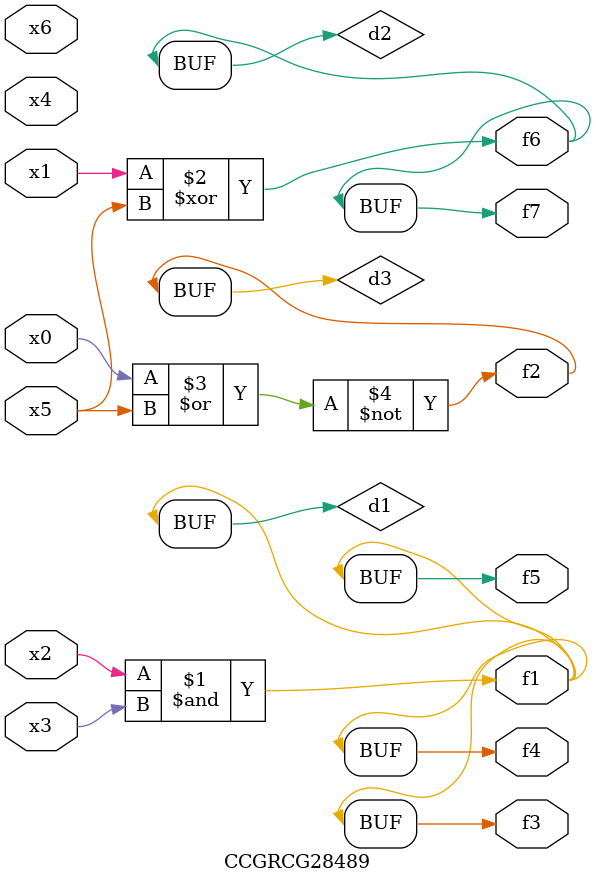
<source format=v>
module CCGRCG28489(
	input x0, x1, x2, x3, x4, x5, x6,
	output f1, f2, f3, f4, f5, f6, f7
);

	wire d1, d2, d3;

	and (d1, x2, x3);
	xor (d2, x1, x5);
	nor (d3, x0, x5);
	assign f1 = d1;
	assign f2 = d3;
	assign f3 = d1;
	assign f4 = d1;
	assign f5 = d1;
	assign f6 = d2;
	assign f7 = d2;
endmodule

</source>
